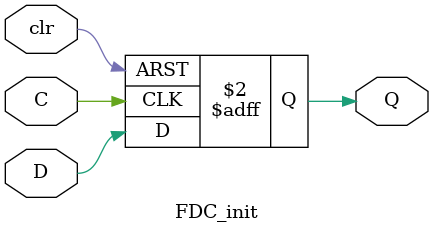
<source format=sv>
module FDC_init( D, Q, C, clr);

input logic C, D, clr;  // D is in // C is clock // clr is reset
output logic Q; // Q is out


always_ff@( posedge C, posedge clr) begin

if (clr) // if reset
Q<=1;  // out is zero

else 

Q<=D; // else out is in

end 


endmodule
</source>
